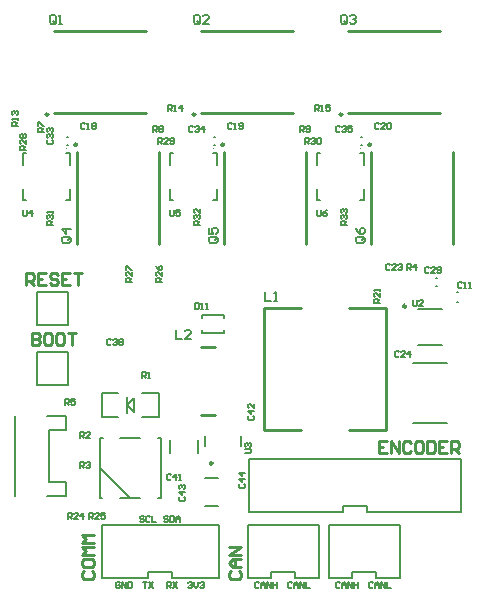
<source format=gto>
G04 Layer_Color=65535*
%FSAX24Y24*%
%MOIN*%
G70*
G01*
G75*
%ADD40C,0.0100*%
%ADD72C,0.0039*%
%ADD73C,0.0098*%
%ADD74C,0.0079*%
%ADD75C,0.0080*%
%ADD76C,0.0080*%
%ADD77C,0.0050*%
D40*
X053368Y036283D02*
G03*
X053368Y036283I-000039J000000D01*
G01*
X058268D02*
G03*
X058268Y036283I-000039J000000D01*
G01*
X063168D02*
G03*
X063168Y036283I-000039J000000D01*
G01*
X054322Y035272D02*
G03*
X054322Y035272I-000039J000000D01*
G01*
X059222D02*
G03*
X059222Y035272I-000039J000000D01*
G01*
X064122D02*
G03*
X064122Y035272I-000039J000000D01*
G01*
X058464Y026258D02*
X058936D01*
X058464Y028542D02*
X058936D01*
X060575Y025775D02*
X061800D01*
X063400D02*
X064625D01*
Y029825D01*
X063400D02*
X064625D01*
X060575Y025775D02*
Y029825D01*
X061800D01*
X053565Y039078D02*
X056635D01*
X053565Y036322D02*
X056635D01*
X058465D02*
X061535D01*
X058465Y039078D02*
X061535D01*
X063365D02*
X066435D01*
X063365Y036322D02*
X066435D01*
X054322Y031965D02*
Y035035D01*
X057078Y031965D02*
Y035035D01*
X061978Y031965D02*
Y035035D01*
X059222Y031965D02*
Y035035D01*
X064122Y031965D02*
Y035035D01*
X066878Y031965D02*
Y035035D01*
X052620Y030600D02*
Y031000D01*
X052820D01*
X052886Y030933D01*
Y030800D01*
X052820Y030733D01*
X052620D01*
X052753D02*
X052886Y030600D01*
X053286Y031000D02*
X053020D01*
Y030600D01*
X053286D01*
X053020Y030800D02*
X053153D01*
X053686Y030933D02*
X053620Y031000D01*
X053486D01*
X053420Y030933D01*
Y030867D01*
X053486Y030800D01*
X053620D01*
X053686Y030733D01*
Y030667D01*
X053620Y030600D01*
X053486D01*
X053420Y030667D01*
X054086Y031000D02*
X053820D01*
Y030600D01*
X054086D01*
X053820Y030800D02*
X053953D01*
X054219Y031000D02*
X054486D01*
X054353D01*
Y030600D01*
X052820Y029000D02*
Y028600D01*
X053020D01*
X053086Y028667D01*
Y028733D01*
X053020Y028800D01*
X052820D01*
X053020D01*
X053086Y028867D01*
Y028933D01*
X053020Y029000D01*
X052820D01*
X053420D02*
X053286D01*
X053220Y028933D01*
Y028667D01*
X053286Y028600D01*
X053420D01*
X053486Y028667D01*
Y028933D01*
X053420Y029000D01*
X053820D02*
X053686D01*
X053620Y028933D01*
Y028667D01*
X053686Y028600D01*
X053820D01*
X053886Y028667D01*
Y028933D01*
X053820Y029000D01*
X054020D02*
X054286D01*
X054153D01*
Y028600D01*
X059467Y021067D02*
X059400Y021000D01*
Y020867D01*
X059467Y020800D01*
X059733D01*
X059800Y020867D01*
Y021000D01*
X059733Y021067D01*
X059800Y021200D02*
X059533D01*
X059400Y021333D01*
X059533Y021466D01*
X059800D01*
X059600D01*
Y021200D01*
X059800Y021600D02*
X059400D01*
X059800Y021866D01*
X059400D01*
X054567Y021067D02*
X054500Y021000D01*
Y020867D01*
X054567Y020800D01*
X054833D01*
X054900Y020867D01*
Y021000D01*
X054833Y021067D01*
X054500Y021400D02*
Y021267D01*
X054567Y021200D01*
X054833D01*
X054900Y021267D01*
Y021400D01*
X054833Y021466D01*
X054567D01*
X054500Y021400D01*
X054900Y021600D02*
X054500D01*
X054633Y021733D01*
X054500Y021866D01*
X054900D01*
Y022000D02*
X054500D01*
X054633Y022133D01*
X054500Y022266D01*
X054900D01*
X064667Y025400D02*
X064400D01*
Y025000D01*
X064667D01*
X064400Y025200D02*
X064533D01*
X064800Y025000D02*
Y025400D01*
X065066Y025000D01*
Y025400D01*
X065466Y025333D02*
X065400Y025400D01*
X065266D01*
X065200Y025333D01*
Y025067D01*
X065266Y025000D01*
X065400D01*
X065466Y025067D01*
X065800Y025400D02*
X065666D01*
X065600Y025333D01*
Y025067D01*
X065666Y025000D01*
X065800D01*
X065866Y025067D01*
Y025333D01*
X065800Y025400D01*
X065999D02*
Y025000D01*
X066199D01*
X066266Y025067D01*
Y025333D01*
X066199Y025400D01*
X065999D01*
X066666D02*
X066399D01*
Y025000D01*
X066666D01*
X066399Y025200D02*
X066533D01*
X066799Y025000D02*
Y025400D01*
X066999D01*
X067066Y025333D01*
Y025200D01*
X066999Y025133D01*
X066799D01*
X066933D02*
X067066Y025000D01*
D72*
X058299Y029497D02*
G03*
X058299Y029497I-000020J000000D01*
G01*
X063789Y035145D02*
G03*
X063789Y035145I-000020J000000D01*
G01*
X058889D02*
G03*
X058889Y035145I-000020J000000D01*
G01*
X053989D02*
G03*
X053989Y035145I-000020J000000D01*
G01*
D73*
X065293Y029889D02*
G03*
X065293Y029889I-000049J000000D01*
G01*
X058856Y024656D02*
G03*
X058856Y024656I-000049J000000D01*
G01*
D74*
X058372Y024983D02*
Y025417D01*
X057428Y024983D02*
Y025417D01*
X058583Y023228D02*
X059017D01*
X058583Y024172D02*
X059017D01*
X059244Y029005D02*
Y029103D01*
X058496Y029005D02*
Y029103D01*
X059244Y029497D02*
Y029595D01*
X058496Y029497D02*
Y029595D01*
Y029005D02*
X059244D01*
X058496Y029595D02*
X059244D01*
X065706Y028590D02*
X066494D01*
X065706Y029810D02*
X066494D01*
X066980Y030043D02*
X067020D01*
X066980Y030357D02*
X067020D01*
X065529Y028004D02*
X066671D01*
X065529Y025996D02*
X066671D01*
X066280Y030838D02*
X066320D01*
X066280Y030562D02*
X066320D01*
X062313Y033413D02*
Y033789D01*
Y034611D02*
Y034987D01*
X063887Y033413D02*
Y033789D01*
Y034611D02*
Y034987D01*
X062313Y033413D02*
X062431D01*
X063769D02*
X063887D01*
X062313Y034987D02*
X062431D01*
X063769D02*
X063887D01*
X057413Y033413D02*
Y033789D01*
Y034611D02*
Y034987D01*
X058987Y033413D02*
Y033789D01*
Y034611D02*
Y034987D01*
X057413Y033413D02*
X057531D01*
X058869D02*
X058987D01*
X057413Y034987D02*
X057531D01*
X058869D02*
X058987D01*
X052513Y033413D02*
Y033789D01*
Y034611D02*
Y034987D01*
X054087Y033413D02*
Y033789D01*
Y034611D02*
Y034987D01*
X052513Y033413D02*
X052631D01*
X053969D02*
X054087D01*
X052513Y034987D02*
X052631D01*
X053969D02*
X054087D01*
X058609Y025224D02*
Y025576D01*
X059791Y025224D02*
Y025576D01*
X053008Y027249D02*
X054032D01*
Y028351D01*
X053008Y027249D02*
Y028351D01*
X054032D01*
X053008Y030351D02*
X054032D01*
X053008Y029249D02*
Y030351D01*
X054032Y029249D02*
Y030351D01*
X053008Y029249D02*
X054032D01*
X053980Y035538D02*
X054020D01*
X053980Y035262D02*
X054020D01*
X058880Y035538D02*
X058920D01*
X058880Y035262D02*
X058920D01*
X063780Y035538D02*
X063820D01*
X063780Y035262D02*
X063820D01*
D75*
X060057Y023031D02*
Y024800D01*
X067143D01*
X063994Y023031D02*
X067143D01*
X063206Y023218D02*
X063994D01*
Y023031D02*
Y023218D01*
X067143Y023031D02*
Y024800D01*
X063206Y023031D02*
Y023218D01*
X060057Y023031D02*
X063206D01*
X055151Y020822D02*
Y022600D01*
X059068D01*
X057494Y020822D02*
X059068D01*
X055151D02*
X056706D01*
Y021018D02*
X057494D01*
Y020822D02*
Y021018D01*
X056706Y020822D02*
Y021018D01*
X059068Y020822D02*
Y022600D01*
X055100Y024500D02*
X056100Y023500D01*
X055760D02*
X056100D01*
X056440D01*
X055750Y025500D02*
X056420D01*
X055079Y023510D02*
X055168D01*
X055079D02*
Y025468D01*
X055080D01*
Y025488D01*
X055187D01*
X057040Y023510D02*
X057130D01*
Y025460D01*
X057140D01*
Y025480D01*
X057040D02*
X057140D01*
X055980Y026600D02*
X056218Y026836D01*
Y026360D02*
Y026836D01*
X055980Y026600D02*
X056218Y026360D01*
X055980Y026600D02*
Y026876D01*
Y026320D02*
Y026600D01*
X055150Y026994D02*
X055700D01*
X055150Y026200D02*
Y026994D01*
Y026200D02*
X055700D01*
X056494Y026994D02*
X057045D01*
Y026200D02*
Y026994D01*
X056494Y026200D02*
X057045D01*
X060039Y020822D02*
Y022600D01*
X062381D01*
X061594Y020822D02*
X062381D01*
X060806Y021018D02*
X061594D01*
Y020822D02*
Y021018D01*
X060806Y020822D02*
Y021018D01*
X062381Y020822D02*
Y022600D01*
X065081Y020822D02*
Y022600D01*
X063506Y020822D02*
Y021018D01*
X064294Y020822D02*
Y021018D01*
X063506D02*
X064294D01*
Y020822D02*
X065081D01*
X062739Y022600D02*
X065081D01*
X062739Y020822D02*
Y022600D01*
X053320Y026239D02*
X053950D01*
Y025766D02*
Y026239D01*
Y023560D02*
Y024030D01*
X053320Y023560D02*
X053950D01*
X052249D02*
Y026239D01*
X053400Y025766D02*
X053950D01*
X053400Y024030D02*
Y025766D01*
Y024030D02*
X053950D01*
D76*
X060039Y020822D02*
X060806D01*
X062739D02*
X063506D01*
D77*
X062270Y036400D02*
Y036600D01*
X062370D01*
X062403Y036567D01*
Y036500D01*
X062370Y036467D01*
X062270D01*
X062337D02*
X062403Y036400D01*
X062470D02*
X062536D01*
X062503D01*
Y036600D01*
X062470Y036567D01*
X062770Y036600D02*
X062636D01*
Y036500D01*
X062703Y036533D01*
X062736D01*
X062770Y036500D01*
Y036433D01*
X062736Y036400D01*
X062670D01*
X062636Y036433D01*
X057370Y036400D02*
Y036600D01*
X057470D01*
X057503Y036567D01*
Y036500D01*
X057470Y036467D01*
X057370D01*
X057437D02*
X057503Y036400D01*
X057570D02*
X057636D01*
X057603D01*
Y036600D01*
X057570Y036567D01*
X057836Y036400D02*
Y036600D01*
X057736Y036500D01*
X057870D01*
X052370Y035900D02*
X052170D01*
Y036000D01*
X052203Y036033D01*
X052270D01*
X052303Y036000D01*
Y035900D01*
Y035967D02*
X052370Y036033D01*
Y036100D02*
Y036167D01*
Y036133D01*
X052170D01*
X052203Y036100D01*
Y036267D02*
X052170Y036300D01*
Y036367D01*
X052203Y036400D01*
X052237D01*
X052270Y036367D01*
Y036333D01*
Y036367D01*
X052303Y036400D01*
X052337D01*
X052370Y036367D01*
Y036300D01*
X052337Y036267D01*
X061770Y035700D02*
Y035900D01*
X061870D01*
X061903Y035867D01*
Y035800D01*
X061870Y035767D01*
X061770D01*
X061837D02*
X061903Y035700D01*
X061970Y035733D02*
X062003Y035700D01*
X062070D01*
X062103Y035733D01*
Y035867D01*
X062070Y035900D01*
X062003D01*
X061970Y035867D01*
Y035833D01*
X062003Y035800D01*
X062103D01*
X056870Y035700D02*
Y035900D01*
X056970D01*
X057003Y035867D01*
Y035800D01*
X056970Y035767D01*
X056870D01*
X056937D02*
X057003Y035700D01*
X057070Y035867D02*
X057103Y035900D01*
X057170D01*
X057203Y035867D01*
Y035833D01*
X057170Y035800D01*
X057203Y035767D01*
Y035733D01*
X057170Y035700D01*
X057103D01*
X057070Y035733D01*
Y035767D01*
X057103Y035800D01*
X057070Y035833D01*
Y035867D01*
X057103Y035800D02*
X057170D01*
X053220Y035700D02*
X053020D01*
Y035800D01*
X053053Y035833D01*
X053120D01*
X053153Y035800D01*
Y035700D01*
Y035767D02*
X053220Y035833D01*
X053020Y035900D02*
Y036033D01*
X053053D01*
X053187Y035900D01*
X053220D01*
X054720Y022800D02*
Y023000D01*
X054820D01*
X054853Y022967D01*
Y022900D01*
X054820Y022867D01*
X054720D01*
X054787D02*
X054853Y022800D01*
X055053D02*
X054920D01*
X055053Y022933D01*
Y022967D01*
X055020Y023000D01*
X054953D01*
X054920Y022967D01*
X055253Y023000D02*
X055120D01*
Y022900D01*
X055186Y022933D01*
X055220D01*
X055253Y022900D01*
Y022833D01*
X055220Y022800D01*
X055153D01*
X055120Y022833D01*
X054020Y022800D02*
Y023000D01*
X054120D01*
X054153Y022967D01*
Y022900D01*
X054120Y022867D01*
X054020D01*
X054087D02*
X054153Y022800D01*
X054353D02*
X054220D01*
X054353Y022933D01*
Y022967D01*
X054320Y023000D01*
X054253D01*
X054220Y022967D01*
X054520Y022800D02*
Y023000D01*
X054420Y022900D01*
X054553D01*
X063103Y035867D02*
X063070Y035900D01*
X063003D01*
X062970Y035867D01*
Y035733D01*
X063003Y035700D01*
X063070D01*
X063103Y035733D01*
X063170Y035867D02*
X063203Y035900D01*
X063270D01*
X063303Y035867D01*
Y035833D01*
X063270Y035800D01*
X063236D01*
X063270D01*
X063303Y035767D01*
Y035733D01*
X063270Y035700D01*
X063203D01*
X063170Y035733D01*
X063503Y035900D02*
X063370D01*
Y035800D01*
X063436Y035833D01*
X063470D01*
X063503Y035800D01*
Y035733D01*
X063470Y035700D01*
X063403D01*
X063370Y035733D01*
X058203Y035867D02*
X058170Y035900D01*
X058103D01*
X058070Y035867D01*
Y035733D01*
X058103Y035700D01*
X058170D01*
X058203Y035733D01*
X058270Y035867D02*
X058303Y035900D01*
X058370D01*
X058403Y035867D01*
Y035833D01*
X058370Y035800D01*
X058336D01*
X058370D01*
X058403Y035767D01*
Y035733D01*
X058370Y035700D01*
X058303D01*
X058270Y035733D01*
X058570Y035700D02*
Y035900D01*
X058470Y035800D01*
X058603D01*
X053353Y035433D02*
X053320Y035400D01*
Y035333D01*
X053353Y035300D01*
X053487D01*
X053520Y035333D01*
Y035400D01*
X053487Y035433D01*
X053353Y035500D02*
X053320Y035533D01*
Y035600D01*
X053353Y035633D01*
X053387D01*
X053420Y035600D01*
Y035567D01*
Y035600D01*
X053453Y035633D01*
X053487D01*
X053520Y035600D01*
Y035533D01*
X053487Y035500D01*
X053353Y035700D02*
X053320Y035733D01*
Y035800D01*
X053353Y035833D01*
X053387D01*
X053420Y035800D01*
Y035767D01*
Y035800D01*
X053453Y035833D01*
X053487D01*
X053520Y035800D01*
Y035733D01*
X053487Y035700D01*
X063870Y032200D02*
X063670D01*
X063620Y032150D01*
Y032050D01*
X063670Y032000D01*
X063870D01*
X063920Y032050D01*
Y032150D01*
X063820Y032100D02*
X063920Y032200D01*
Y032150D02*
X063870Y032200D01*
X063620Y032500D02*
X063670Y032400D01*
X063770Y032300D01*
X063870D01*
X063920Y032350D01*
Y032450D01*
X063870Y032500D01*
X063820D01*
X063770Y032450D01*
Y032300D01*
X058970Y032200D02*
X058770D01*
X058720Y032150D01*
Y032050D01*
X058770Y032000D01*
X058970D01*
X059020Y032050D01*
Y032150D01*
X058920Y032100D02*
X059020Y032200D01*
Y032150D02*
X058970Y032200D01*
X058720Y032500D02*
Y032300D01*
X058870D01*
X058820Y032400D01*
Y032450D01*
X058870Y032500D01*
X058970D01*
X059020Y032450D01*
Y032350D01*
X058970Y032300D01*
X054070Y032200D02*
X053870D01*
X053820Y032150D01*
Y032050D01*
X053870Y032000D01*
X054070D01*
X054120Y032050D01*
Y032150D01*
X054020Y032100D02*
X054120Y032200D01*
Y032150D02*
X054070Y032200D01*
X054120Y032450D02*
X053820D01*
X053970Y032300D01*
Y032500D01*
X063320Y039350D02*
Y039550D01*
X063270Y039600D01*
X063170D01*
X063120Y039550D01*
Y039350D01*
X063170Y039300D01*
X063270D01*
X063220Y039400D02*
X063320Y039300D01*
X063270D02*
X063320Y039350D01*
X063420Y039550D02*
X063470Y039600D01*
X063570D01*
X063620Y039550D01*
Y039500D01*
X063570Y039450D01*
X063520D01*
X063570D01*
X063620Y039400D01*
Y039350D01*
X063570Y039300D01*
X063470D01*
X063420Y039350D01*
X058420D02*
Y039550D01*
X058370Y039600D01*
X058270D01*
X058220Y039550D01*
Y039350D01*
X058270Y039300D01*
X058370D01*
X058320Y039400D02*
X058420Y039300D01*
X058370D02*
X058420Y039350D01*
X058720Y039300D02*
X058520D01*
X058720Y039500D01*
Y039550D01*
X058670Y039600D01*
X058570D01*
X058520Y039550D01*
X053620Y039350D02*
Y039550D01*
X053570Y039600D01*
X053470D01*
X053420Y039550D01*
Y039350D01*
X053470Y039300D01*
X053570D01*
X053520Y039400D02*
X053620Y039300D01*
X053570D02*
X053620Y039350D01*
X053720Y039300D02*
X053820D01*
X053770D01*
Y039600D01*
X053720Y039550D01*
X054603Y035967D02*
X054570Y036000D01*
X054503D01*
X054470Y035967D01*
Y035833D01*
X054503Y035800D01*
X054570D01*
X054603Y035833D01*
X054670Y035800D02*
X054736D01*
X054703D01*
Y036000D01*
X054670Y035967D01*
X054836D02*
X054870Y036000D01*
X054936D01*
X054970Y035967D01*
Y035933D01*
X054936Y035900D01*
X054970Y035867D01*
Y035833D01*
X054936Y035800D01*
X054870D01*
X054836Y035833D01*
Y035867D01*
X054870Y035900D01*
X054836Y035933D01*
Y035967D01*
X054870Y035900D02*
X054936D01*
X059503Y035967D02*
X059470Y036000D01*
X059403D01*
X059370Y035967D01*
Y035833D01*
X059403Y035800D01*
X059470D01*
X059503Y035833D01*
X059570Y035800D02*
X059636D01*
X059603D01*
Y036000D01*
X059570Y035967D01*
X059736Y035833D02*
X059770Y035800D01*
X059836D01*
X059870Y035833D01*
Y035967D01*
X059836Y036000D01*
X059770D01*
X059736Y035967D01*
Y035933D01*
X059770Y035900D01*
X059870D01*
X064403Y035967D02*
X064370Y036000D01*
X064303D01*
X064270Y035967D01*
Y035833D01*
X064303Y035800D01*
X064370D01*
X064403Y035833D01*
X064603Y035800D02*
X064470D01*
X064603Y035933D01*
Y035967D01*
X064570Y036000D01*
X064503D01*
X064470Y035967D01*
X064670D02*
X064703Y036000D01*
X064770D01*
X064803Y035967D01*
Y035833D01*
X064770Y035800D01*
X064703D01*
X064670Y035833D01*
Y035967D01*
X056492Y027508D02*
Y027708D01*
X056592D01*
X056626Y027675D01*
Y027608D01*
X056592Y027575D01*
X056492D01*
X056559D02*
X056626Y027508D01*
X056692D02*
X056759D01*
X056726D01*
Y027708D01*
X056692Y027675D01*
X054420Y025500D02*
Y025700D01*
X054520D01*
X054553Y025667D01*
Y025600D01*
X054520Y025567D01*
X054420D01*
X054487D02*
X054553Y025500D01*
X054753D02*
X054620D01*
X054753Y025633D01*
Y025667D01*
X054720Y025700D01*
X054653D01*
X054620Y025667D01*
X054420Y024500D02*
Y024700D01*
X054520D01*
X054553Y024667D01*
Y024600D01*
X054520Y024567D01*
X054420D01*
X054487D02*
X054553Y024500D01*
X054620Y024667D02*
X054653Y024700D01*
X054720D01*
X054753Y024667D01*
Y024633D01*
X054720Y024600D01*
X054686D01*
X054720D01*
X054753Y024567D01*
Y024533D01*
X054720Y024500D01*
X054653D01*
X054620Y024533D01*
X053920Y026600D02*
Y026800D01*
X054020D01*
X054053Y026767D01*
Y026700D01*
X054020Y026667D01*
X053920D01*
X053987D02*
X054053Y026600D01*
X054253Y026800D02*
X054120D01*
Y026700D01*
X054186Y026733D01*
X054220D01*
X054253Y026700D01*
Y026633D01*
X054220Y026600D01*
X054153D01*
X054120Y026633D01*
X059920Y025000D02*
X060087D01*
X060120Y025033D01*
Y025100D01*
X060087Y025133D01*
X059920D01*
X059953Y025200D02*
X059920Y025233D01*
Y025300D01*
X059953Y025333D01*
X059987D01*
X060020Y025300D01*
Y025267D01*
Y025300D01*
X060053Y025333D01*
X060087D01*
X060120Y025300D01*
Y025233D01*
X060087Y025200D01*
X052520Y033100D02*
Y032933D01*
X052553Y032900D01*
X052620D01*
X052653Y032933D01*
Y033100D01*
X052820Y032900D02*
Y033100D01*
X052720Y033000D01*
X052853D01*
X057420Y033100D02*
Y032933D01*
X057453Y032900D01*
X057520D01*
X057553Y032933D01*
Y033100D01*
X057753D02*
X057620D01*
Y033000D01*
X057686Y033033D01*
X057720D01*
X057753Y033000D01*
Y032933D01*
X057720Y032900D01*
X057653D01*
X057620Y032933D01*
X062320Y033100D02*
Y032933D01*
X062353Y032900D01*
X062420D01*
X062453Y032933D01*
Y033100D01*
X062653D02*
X062586Y033067D01*
X062520Y033000D01*
Y032933D01*
X062553Y032900D01*
X062620D01*
X062653Y032933D01*
Y032967D01*
X062620Y033000D01*
X062520D01*
X055453Y028767D02*
X055420Y028800D01*
X055353D01*
X055320Y028767D01*
Y028633D01*
X055353Y028600D01*
X055420D01*
X055453Y028633D01*
X055520Y028767D02*
X055553Y028800D01*
X055620D01*
X055653Y028767D01*
Y028733D01*
X055620Y028700D01*
X055586D01*
X055620D01*
X055653Y028667D01*
Y028633D01*
X055620Y028600D01*
X055553D01*
X055520Y028633D01*
X055720Y028767D02*
X055753Y028800D01*
X055820D01*
X055853Y028767D01*
Y028733D01*
X055820Y028700D01*
X055853Y028667D01*
Y028633D01*
X055820Y028600D01*
X055753D01*
X055720Y028633D01*
Y028667D01*
X055753Y028700D01*
X055720Y028733D01*
Y028767D01*
X055753Y028700D02*
X055820D01*
X057170Y030700D02*
X056970D01*
Y030800D01*
X057003Y030833D01*
X057070D01*
X057103Y030800D01*
Y030700D01*
Y030767D02*
X057170Y030833D01*
Y031033D02*
Y030900D01*
X057037Y031033D01*
X057003D01*
X056970Y031000D01*
Y030933D01*
X057003Y030900D01*
X056970Y031233D02*
X057003Y031167D01*
X057070Y031100D01*
X057137D01*
X057170Y031133D01*
Y031200D01*
X057137Y031233D01*
X057103D01*
X057070Y031200D01*
Y031100D01*
X056170Y030700D02*
X055970D01*
Y030800D01*
X056003Y030833D01*
X056070D01*
X056103Y030800D01*
Y030700D01*
Y030767D02*
X056170Y030833D01*
Y031033D02*
Y030900D01*
X056037Y031033D01*
X056003D01*
X055970Y031000D01*
Y030933D01*
X056003Y030900D01*
X055970Y031100D02*
Y031233D01*
X056003D01*
X056137Y031100D01*
X056170D01*
X057453Y024267D02*
X057420Y024300D01*
X057353D01*
X057320Y024267D01*
Y024133D01*
X057353Y024100D01*
X057420D01*
X057453Y024133D01*
X057620Y024100D02*
Y024300D01*
X057520Y024200D01*
X057653D01*
X057720Y024100D02*
X057786D01*
X057753D01*
Y024300D01*
X057720Y024267D01*
X060053Y026233D02*
X060020Y026200D01*
Y026133D01*
X060053Y026100D01*
X060187D01*
X060220Y026133D01*
Y026200D01*
X060187Y026233D01*
X060220Y026400D02*
X060020D01*
X060120Y026300D01*
Y026433D01*
X060220Y026633D02*
Y026500D01*
X060087Y026633D01*
X060053D01*
X060020Y026600D01*
Y026533D01*
X060053Y026500D01*
X057753Y023533D02*
X057720Y023500D01*
Y023433D01*
X057753Y023400D01*
X057887D01*
X057920Y023433D01*
Y023500D01*
X057887Y023533D01*
X057920Y023700D02*
X057720D01*
X057820Y023600D01*
Y023733D01*
X057753Y023800D02*
X057720Y023833D01*
Y023900D01*
X057753Y023933D01*
X057787D01*
X057820Y023900D01*
Y023867D01*
Y023900D01*
X057853Y023933D01*
X057887D01*
X057920Y023900D01*
Y023833D01*
X057887Y023800D01*
X059753Y023953D02*
X059720Y023920D01*
Y023853D01*
X059753Y023820D01*
X059887D01*
X059920Y023853D01*
Y023920D01*
X059887Y023953D01*
X059920Y024120D02*
X059720D01*
X059820Y024020D01*
Y024153D01*
X059920Y024320D02*
X059720D01*
X059820Y024220D01*
Y024353D01*
X058270Y030000D02*
Y029800D01*
X058370D01*
X058403Y029833D01*
Y029967D01*
X058370Y030000D01*
X058270D01*
X058470Y029800D02*
X058536D01*
X058503D01*
Y030000D01*
X058470Y029967D01*
X058636Y029800D02*
X058703D01*
X058670D01*
Y030000D01*
X058636Y029967D01*
X057620Y029100D02*
Y028800D01*
X057820D01*
X058120D02*
X057920D01*
X058120Y029000D01*
Y029050D01*
X058070Y029100D01*
X057970D01*
X057920Y029050D01*
X052620Y035100D02*
X052420D01*
Y035200D01*
X052453Y035233D01*
X052520D01*
X052553Y035200D01*
Y035100D01*
Y035167D02*
X052620Y035233D01*
Y035433D02*
Y035300D01*
X052487Y035433D01*
X052453D01*
X052420Y035400D01*
Y035333D01*
X052453Y035300D01*
Y035500D02*
X052420Y035533D01*
Y035600D01*
X052453Y035633D01*
X052487D01*
X052520Y035600D01*
X052553Y035633D01*
X052587D01*
X052620Y035600D01*
Y035533D01*
X052587Y035500D01*
X052553D01*
X052520Y035533D01*
X052487Y035500D01*
X052453D01*
X052520Y035533D02*
Y035600D01*
X057020Y035300D02*
Y035500D01*
X057120D01*
X057153Y035467D01*
Y035400D01*
X057120Y035367D01*
X057020D01*
X057087D02*
X057153Y035300D01*
X057353D02*
X057220D01*
X057353Y035433D01*
Y035467D01*
X057320Y035500D01*
X057253D01*
X057220Y035467D01*
X057420Y035333D02*
X057453Y035300D01*
X057520D01*
X057553Y035333D01*
Y035467D01*
X057520Y035500D01*
X057453D01*
X057420Y035467D01*
Y035433D01*
X057453Y035400D01*
X057553D01*
X061920Y035300D02*
Y035500D01*
X062020D01*
X062053Y035467D01*
Y035400D01*
X062020Y035367D01*
X061920D01*
X061987D02*
X062053Y035300D01*
X062120Y035467D02*
X062153Y035500D01*
X062220D01*
X062253Y035467D01*
Y035433D01*
X062220Y035400D01*
X062186D01*
X062220D01*
X062253Y035367D01*
Y035333D01*
X062220Y035300D01*
X062153D01*
X062120Y035333D01*
X062320Y035467D02*
X062353Y035500D01*
X062420D01*
X062453Y035467D01*
Y035333D01*
X062420Y035300D01*
X062353D01*
X062320Y035333D01*
Y035467D01*
X053520Y032600D02*
X053320D01*
Y032700D01*
X053353Y032733D01*
X053420D01*
X053453Y032700D01*
Y032600D01*
Y032667D02*
X053520Y032733D01*
X053353Y032800D02*
X053320Y032833D01*
Y032900D01*
X053353Y032933D01*
X053387D01*
X053420Y032900D01*
Y032867D01*
Y032900D01*
X053453Y032933D01*
X053487D01*
X053520Y032900D01*
Y032833D01*
X053487Y032800D01*
X053520Y033000D02*
Y033067D01*
Y033033D01*
X053320D01*
X053353Y033000D01*
X058420Y032600D02*
X058220D01*
Y032700D01*
X058253Y032733D01*
X058320D01*
X058353Y032700D01*
Y032600D01*
Y032667D02*
X058420Y032733D01*
X058253Y032800D02*
X058220Y032833D01*
Y032900D01*
X058253Y032933D01*
X058287D01*
X058320Y032900D01*
Y032867D01*
Y032900D01*
X058353Y032933D01*
X058387D01*
X058420Y032900D01*
Y032833D01*
X058387Y032800D01*
X058420Y033133D02*
Y033000D01*
X058287Y033133D01*
X058253D01*
X058220Y033100D01*
Y033033D01*
X058253Y033000D01*
X063320Y032600D02*
X063120D01*
Y032700D01*
X063153Y032733D01*
X063220D01*
X063253Y032700D01*
Y032600D01*
Y032667D02*
X063320Y032733D01*
X063153Y032800D02*
X063120Y032833D01*
Y032900D01*
X063153Y032933D01*
X063187D01*
X063220Y032900D01*
Y032867D01*
Y032900D01*
X063253Y032933D01*
X063287D01*
X063320Y032900D01*
Y032833D01*
X063287Y032800D01*
X063153Y033000D02*
X063120Y033033D01*
Y033100D01*
X063153Y033133D01*
X063187D01*
X063220Y033100D01*
Y033067D01*
Y033100D01*
X063253Y033133D01*
X063287D01*
X063320Y033100D01*
Y033033D01*
X063287Y033000D01*
X064420Y030000D02*
X064220D01*
Y030100D01*
X064253Y030133D01*
X064320D01*
X064353Y030100D01*
Y030000D01*
Y030067D02*
X064420Y030133D01*
Y030333D02*
Y030200D01*
X064287Y030333D01*
X064253D01*
X064220Y030300D01*
Y030233D01*
X064253Y030200D01*
X064420Y030400D02*
Y030467D01*
Y030433D01*
X064220D01*
X064253Y030400D01*
X066053Y031167D02*
X066020Y031200D01*
X065953D01*
X065920Y031167D01*
Y031033D01*
X065953Y031000D01*
X066020D01*
X066053Y031033D01*
X066253Y031000D02*
X066120D01*
X066253Y031133D01*
Y031167D01*
X066220Y031200D01*
X066153D01*
X066120Y031167D01*
X066320Y031033D02*
X066353Y031000D01*
X066420D01*
X066453Y031033D01*
Y031167D01*
X066420Y031200D01*
X066353D01*
X066320Y031167D01*
Y031133D01*
X066353Y031100D01*
X066453D01*
X065053Y028367D02*
X065020Y028400D01*
X064953D01*
X064920Y028367D01*
Y028233D01*
X064953Y028200D01*
X065020D01*
X065053Y028233D01*
X065253Y028200D02*
X065120D01*
X065253Y028333D01*
Y028367D01*
X065220Y028400D01*
X065153D01*
X065120Y028367D01*
X065420Y028200D02*
Y028400D01*
X065320Y028300D01*
X065453D01*
X064753Y031267D02*
X064720Y031300D01*
X064653D01*
X064620Y031267D01*
Y031133D01*
X064653Y031100D01*
X064720D01*
X064753Y031133D01*
X064953Y031100D02*
X064820D01*
X064953Y031233D01*
Y031267D01*
X064920Y031300D01*
X064853D01*
X064820Y031267D01*
X065020D02*
X065053Y031300D01*
X065120D01*
X065153Y031267D01*
Y031233D01*
X065120Y031200D01*
X065086D01*
X065120D01*
X065153Y031167D01*
Y031133D01*
X065120Y031100D01*
X065053D01*
X065020Y031133D01*
X067153Y030667D02*
X067120Y030700D01*
X067053D01*
X067020Y030667D01*
Y030533D01*
X067053Y030500D01*
X067120D01*
X067153Y030533D01*
X067220Y030500D02*
X067286D01*
X067253D01*
Y030700D01*
X067220Y030667D01*
X067386Y030500D02*
X067453D01*
X067420D01*
Y030700D01*
X067386Y030667D01*
X060600Y030379D02*
Y030079D01*
X060800D01*
X060900D02*
X061000D01*
X060950D01*
Y030379D01*
X060900Y030329D01*
X065320Y031100D02*
Y031300D01*
X065420D01*
X065453Y031267D01*
Y031200D01*
X065420Y031167D01*
X065320D01*
X065387D02*
X065453Y031100D01*
X065620D02*
Y031300D01*
X065520Y031200D01*
X065653D01*
X065520Y030100D02*
Y029933D01*
X065553Y029900D01*
X065620D01*
X065653Y029933D01*
Y030100D01*
X065853Y029900D02*
X065720D01*
X065853Y030033D01*
Y030067D01*
X065820Y030100D01*
X065753D01*
X065720Y030067D01*
X064203Y020667D02*
X064170Y020700D01*
X064103D01*
X064070Y020667D01*
Y020533D01*
X064103Y020500D01*
X064170D01*
X064203Y020533D01*
X064270Y020500D02*
Y020633D01*
X064336Y020700D01*
X064403Y020633D01*
Y020500D01*
Y020600D01*
X064270D01*
X064470Y020500D02*
Y020700D01*
X064603Y020500D01*
Y020700D01*
X064670D02*
Y020500D01*
X064803D01*
X063103Y020667D02*
X063070Y020700D01*
X063003D01*
X062970Y020667D01*
Y020533D01*
X063003Y020500D01*
X063070D01*
X063103Y020533D01*
X063170Y020500D02*
Y020633D01*
X063236Y020700D01*
X063303Y020633D01*
Y020500D01*
Y020600D01*
X063170D01*
X063370Y020500D02*
Y020700D01*
X063503Y020500D01*
Y020700D01*
X063570D02*
Y020500D01*
Y020600D01*
X063703D01*
Y020700D01*
Y020500D01*
X061503Y020667D02*
X061470Y020700D01*
X061403D01*
X061370Y020667D01*
Y020533D01*
X061403Y020500D01*
X061470D01*
X061503Y020533D01*
X061570Y020500D02*
Y020633D01*
X061636Y020700D01*
X061703Y020633D01*
Y020500D01*
Y020600D01*
X061570D01*
X061770Y020500D02*
Y020700D01*
X061903Y020500D01*
Y020700D01*
X061970D02*
Y020500D01*
X062103D01*
X060403Y020667D02*
X060370Y020700D01*
X060303D01*
X060270Y020667D01*
Y020533D01*
X060303Y020500D01*
X060370D01*
X060403Y020533D01*
X060470Y020500D02*
Y020633D01*
X060536Y020700D01*
X060603Y020633D01*
Y020500D01*
Y020600D01*
X060470D01*
X060670Y020500D02*
Y020700D01*
X060803Y020500D01*
Y020700D01*
X060870D02*
Y020500D01*
Y020600D01*
X061003D01*
Y020700D01*
Y020500D01*
X057353Y022867D02*
X057320Y022900D01*
X057253D01*
X057220Y022867D01*
Y022833D01*
X057253Y022800D01*
X057320D01*
X057353Y022767D01*
Y022733D01*
X057320Y022700D01*
X057253D01*
X057220Y022733D01*
X057420Y022900D02*
Y022700D01*
X057520D01*
X057553Y022733D01*
Y022867D01*
X057520Y022900D01*
X057420D01*
X057620Y022700D02*
Y022833D01*
X057686Y022900D01*
X057753Y022833D01*
Y022700D01*
Y022800D01*
X057620D01*
X056553Y022867D02*
X056520Y022900D01*
X056453D01*
X056420Y022867D01*
Y022833D01*
X056453Y022800D01*
X056520D01*
X056553Y022767D01*
Y022733D01*
X056520Y022700D01*
X056453D01*
X056420Y022733D01*
X056753Y022867D02*
X056720Y022900D01*
X056653D01*
X056620Y022867D01*
Y022733D01*
X056653Y022700D01*
X056720D01*
X056753Y022733D01*
X056820Y022900D02*
Y022700D01*
X056953D01*
X055753Y020667D02*
X055720Y020700D01*
X055653D01*
X055620Y020667D01*
Y020533D01*
X055653Y020500D01*
X055720D01*
X055753Y020533D01*
Y020600D01*
X055687D01*
X055820Y020500D02*
Y020700D01*
X055953Y020500D01*
Y020700D01*
X056020D02*
Y020500D01*
X056120D01*
X056153Y020533D01*
Y020667D01*
X056120Y020700D01*
X056020D01*
X058020Y020667D02*
X058053Y020700D01*
X058120D01*
X058153Y020667D01*
Y020633D01*
X058120Y020600D01*
X058087D01*
X058120D01*
X058153Y020567D01*
Y020533D01*
X058120Y020500D01*
X058053D01*
X058020Y020533D01*
X058220Y020700D02*
Y020567D01*
X058286Y020500D01*
X058353Y020567D01*
Y020700D01*
X058420Y020667D02*
X058453Y020700D01*
X058520D01*
X058553Y020667D01*
Y020633D01*
X058520Y020600D01*
X058486D01*
X058520D01*
X058553Y020567D01*
Y020533D01*
X058520Y020500D01*
X058453D01*
X058420Y020533D01*
X056520Y020700D02*
X056653D01*
X056587D01*
Y020500D01*
X056720Y020700D02*
X056853Y020500D01*
Y020700D02*
X056720Y020500D01*
X057320D02*
Y020700D01*
X057420D01*
X057453Y020667D01*
Y020600D01*
X057420Y020567D01*
X057320D01*
X057387D02*
X057453Y020500D01*
X057520Y020700D02*
X057653Y020500D01*
Y020700D02*
X057520Y020500D01*
M02*

</source>
